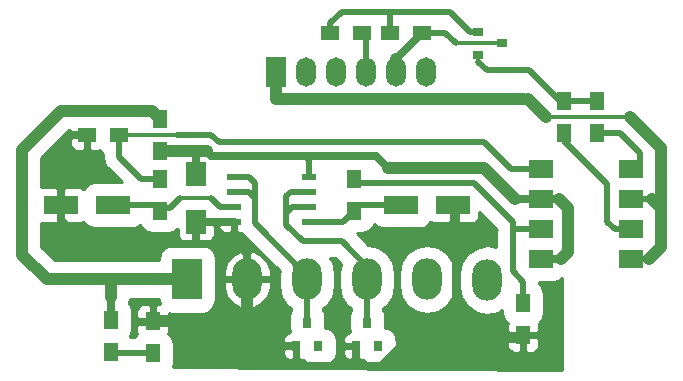
<source format=gbr>
G04 #@! TF.FileFunction,Copper,L1,Top,Signal*
%FSLAX46Y46*%
G04 Gerber Fmt 4.6, Leading zero omitted, Abs format (unit mm)*
G04 Created by KiCad (PCBNEW 4.0.5) date 03/21/17 09:35:26*
%MOMM*%
%LPD*%
G01*
G04 APERTURE LIST*
%ADD10C,0.100000*%
%ADD11R,3.000000X1.600000*%
%ADD12R,1.700000X2.000000*%
%ADD13R,1.700000X2.500000*%
%ADD14O,1.700000X2.500000*%
%ADD15R,1.500000X1.300000*%
%ADD16R,1.300000X1.500000*%
%ADD17R,2.032000X1.524000*%
%ADD18R,1.143000X0.508000*%
%ADD19R,0.900000X0.800000*%
%ADD20O,2.500000X3.500000*%
%ADD21R,2.500000X3.500000*%
%ADD22R,0.800000X0.900000*%
%ADD23C,0.500000*%
%ADD24C,0.350000*%
%ADD25C,1.000000*%
%ADD26C,0.700000*%
%ADD27C,0.250000*%
G04 APERTURE END LIST*
D10*
D11*
X160614000Y-148336000D03*
X165014000Y-148336000D03*
X136185000Y-148336000D03*
X131785000Y-148336000D03*
D12*
X143256000Y-145701000D03*
X143256000Y-149701000D03*
D13*
X150000000Y-137000000D03*
D14*
X152540000Y-137000000D03*
X155080000Y-137000000D03*
X157620000Y-137000000D03*
X160160000Y-137000000D03*
X162700000Y-137000000D03*
D15*
X154606000Y-133731000D03*
X157306000Y-133731000D03*
X162386000Y-133731000D03*
X159686000Y-133731000D03*
D16*
X174371000Y-142193000D03*
X174371000Y-139493000D03*
X177165000Y-142193000D03*
X177165000Y-139493000D03*
X170942000Y-156638000D03*
X170942000Y-159338000D03*
D15*
X136732000Y-142367000D03*
X134032000Y-142367000D03*
D16*
X156591000Y-148797000D03*
X156591000Y-146097000D03*
X140208000Y-148797000D03*
X140208000Y-146097000D03*
X136017000Y-158035000D03*
X136017000Y-160735000D03*
X139573000Y-160862000D03*
X139573000Y-158162000D03*
D17*
X180086000Y-152908000D03*
X180086000Y-150368000D03*
X180086000Y-147828000D03*
X180086000Y-145288000D03*
X172466000Y-145288000D03*
X172466000Y-147828000D03*
X172466000Y-150368000D03*
X172466000Y-152908000D03*
D18*
X152781000Y-145923000D03*
X152781000Y-147193000D03*
X152781000Y-148463000D03*
X152781000Y-149733000D03*
X146431000Y-149733000D03*
X146431000Y-148463000D03*
X146431000Y-147193000D03*
X146431000Y-145923000D03*
D19*
X167148000Y-133670000D03*
X167148000Y-135570000D03*
X169148000Y-134620000D03*
D20*
X167900000Y-154650800D03*
X162820000Y-154600000D03*
X157740000Y-154600000D03*
X152660000Y-154600000D03*
D21*
X142500000Y-154600000D03*
D20*
X147580000Y-154600000D03*
D16*
X140208000Y-143717000D03*
X140208000Y-141017000D03*
D22*
X156784000Y-160258000D03*
X158684000Y-160258000D03*
X157734000Y-158258000D03*
X151704000Y-160258000D03*
X153604000Y-160258000D03*
X152654000Y-158258000D03*
D23*
X160614000Y-148336000D02*
X157052000Y-148336000D01*
D24*
X157052000Y-148336000D02*
X156591000Y-148797000D01*
D23*
X152781000Y-149733000D02*
X155655000Y-149733000D01*
X155655000Y-149733000D02*
X156591000Y-148797000D01*
D24*
X156798000Y-148590000D02*
X156591000Y-148797000D01*
X156163000Y-149225000D02*
X156591000Y-148797000D01*
D25*
X147580000Y-158883000D02*
X147580000Y-161296000D01*
D23*
X147580000Y-161296000D02*
X148209000Y-161925000D01*
D25*
X141351000Y-158162000D02*
X146859000Y-158162000D01*
X146859000Y-158162000D02*
X147580000Y-158883000D01*
D26*
X156784000Y-160258000D02*
X156784000Y-161351000D01*
X156784000Y-161351000D02*
X156210000Y-161925000D01*
D25*
X147580000Y-154600000D02*
X147580000Y-158883000D01*
D26*
X148955000Y-160258000D02*
X151704000Y-160258000D01*
X147580000Y-158883000D02*
X148955000Y-160258000D01*
X147580000Y-154600000D02*
X147580000Y-152406000D01*
X146812000Y-151638000D02*
X145161000Y-151638000D01*
X147580000Y-152406000D02*
X146812000Y-151638000D01*
X143256000Y-149701000D02*
X143256000Y-151638000D01*
X143256000Y-151638000D02*
X143256000Y-151511000D01*
X143256000Y-151511000D02*
X143256000Y-151638000D01*
X147580000Y-154600000D02*
X147580000Y-154057000D01*
X145161000Y-151638000D02*
X143256000Y-151638000D01*
X131785000Y-148336000D02*
X131785000Y-149565000D01*
X143256000Y-151638000D02*
X133858000Y-151638000D01*
X133858000Y-151638000D02*
X131785000Y-149565000D01*
X165227000Y-149860000D02*
X165227000Y-159639000D01*
X165227000Y-159639000D02*
X165227000Y-159512000D01*
X165227000Y-159512000D02*
X165227000Y-159639000D01*
X147580000Y-156458000D02*
X147580000Y-154600000D01*
D25*
X139573000Y-158162000D02*
X141351000Y-158162000D01*
X141351000Y-158162000D02*
X141398000Y-158162000D01*
D26*
X147580000Y-154600000D02*
X147580000Y-154184000D01*
X146431000Y-149733000D02*
X143288000Y-149733000D01*
X143288000Y-149733000D02*
X143256000Y-149701000D01*
X170942000Y-159338000D02*
X170942000Y-159639000D01*
X167386000Y-159639000D02*
X165227000Y-159639000D01*
X170942000Y-159639000D02*
X167386000Y-159639000D01*
X165227000Y-159639000D02*
X160488000Y-159639000D01*
X160488000Y-159639000D02*
X160488000Y-159044000D01*
X160488000Y-159639000D02*
X160488000Y-160314000D01*
X160488000Y-160314000D02*
X158877000Y-161925000D01*
X158877000Y-161925000D02*
X156210000Y-161925000D01*
X156210000Y-161925000D02*
X148209000Y-161925000D01*
X134032000Y-142367000D02*
X132715000Y-142367000D01*
X131785000Y-143297000D02*
X131785000Y-148336000D01*
X132715000Y-142367000D02*
X131785000Y-143297000D01*
X165227000Y-149860000D02*
X165227000Y-148549000D01*
X165227000Y-148549000D02*
X165014000Y-148336000D01*
D23*
X146431000Y-148463000D02*
X145288000Y-148463000D01*
X141017000Y-148543000D02*
X140208000Y-148543000D01*
X141859000Y-147701000D02*
X141017000Y-148543000D01*
D24*
X144526000Y-147701000D02*
X141859000Y-147701000D01*
D23*
X145288000Y-148463000D02*
X144526000Y-147701000D01*
X136185000Y-148336000D02*
X140001000Y-148336000D01*
D24*
X140001000Y-148336000D02*
X140208000Y-148543000D01*
D25*
X142500000Y-154600000D02*
X139573000Y-154600000D01*
X139573000Y-154600000D02*
X137500000Y-154600000D01*
X137500000Y-154600000D02*
X136017000Y-154600000D01*
D26*
X172466000Y-147828000D02*
X173990000Y-147828000D01*
X174117000Y-152908000D02*
X172466000Y-152908000D01*
D25*
X174752000Y-152273000D02*
X174117000Y-152908000D01*
X174752000Y-148590000D02*
X174752000Y-152273000D01*
X173990000Y-147828000D02*
X174752000Y-148590000D01*
D26*
X172466000Y-147828000D02*
X170254428Y-147828000D01*
X158496000Y-144145000D02*
X159512000Y-145161000D01*
D25*
X159512000Y-145161000D02*
X167005000Y-145161000D01*
D26*
X158496000Y-144145000D02*
X152400000Y-144145000D01*
D25*
X167587428Y-145161000D02*
X167005000Y-145161000D01*
X170254428Y-147828000D02*
X167587428Y-145161000D01*
D23*
X152781000Y-145923000D02*
X152781000Y-144526000D01*
X152781000Y-144526000D02*
X152400000Y-144145000D01*
D26*
X152400000Y-144145000D02*
X144526000Y-144145000D01*
D25*
X144145000Y-143764000D02*
X143383000Y-143764000D01*
D26*
X144526000Y-144145000D02*
X144145000Y-143764000D01*
D25*
X138684000Y-140335000D02*
X139526000Y-140335000D01*
X138684000Y-140335000D02*
X131826000Y-140335000D01*
X131826000Y-140335000D02*
X128524000Y-143637000D01*
X128524000Y-143637000D02*
X128524000Y-152527000D01*
X128524000Y-152527000D02*
X130597000Y-154600000D01*
X136017000Y-154600000D02*
X130597000Y-154600000D01*
X139526000Y-140335000D02*
X140208000Y-141017000D01*
X136017000Y-154600000D02*
X136017000Y-156083000D01*
D26*
X136017000Y-156083000D02*
X136017000Y-158035000D01*
X136017000Y-154600000D02*
X136017000Y-154559000D01*
X136017000Y-154559000D02*
X136017000Y-154600000D01*
D25*
X143383000Y-143764000D02*
X140255000Y-143764000D01*
D26*
X140255000Y-143764000D02*
X140208000Y-143717000D01*
X140382000Y-143891000D02*
X140208000Y-143717000D01*
X143256000Y-145701000D02*
X143256000Y-143891000D01*
X143256000Y-143891000D02*
X143383000Y-143764000D01*
D25*
X182626000Y-148590000D02*
X182626000Y-143510000D01*
X149987000Y-139319000D02*
X150000000Y-137808000D01*
X149987000Y-139319000D02*
X170942000Y-139319000D01*
D26*
X170942000Y-139319000D02*
X171196000Y-139319000D01*
D24*
X171323000Y-139319000D02*
X171196000Y-139319000D01*
D25*
X172847000Y-140843000D02*
X171323000Y-139319000D01*
D24*
X179959000Y-140843000D02*
X172847000Y-140843000D01*
D25*
X182626000Y-143510000D02*
X179959000Y-140843000D01*
D23*
X180086000Y-152908000D02*
X181610000Y-152908000D01*
X181864000Y-147828000D02*
X180086000Y-147828000D01*
D25*
X182626000Y-148590000D02*
X181864000Y-147828000D01*
X182626000Y-151892000D02*
X182626000Y-148590000D01*
X181610000Y-152908000D02*
X182626000Y-151892000D01*
D26*
X150000000Y-137000000D02*
X150000000Y-137808000D01*
D23*
X157620000Y-137000000D02*
X157620000Y-134045000D01*
D24*
X157620000Y-134045000D02*
X157306000Y-133731000D01*
X157620000Y-137000000D02*
X157620000Y-136512000D01*
D23*
X162386000Y-133731000D02*
X164338000Y-133731000D01*
D24*
X165227000Y-134620000D02*
X169148000Y-134620000D01*
D23*
X164338000Y-133731000D02*
X165227000Y-134620000D01*
D25*
X160160000Y-137000000D02*
X160160000Y-135957000D01*
D26*
X160160000Y-135957000D02*
X162386000Y-133731000D01*
D23*
X167148000Y-133670000D02*
X166436000Y-133670000D01*
X166436000Y-133670000D02*
X164719000Y-131953000D01*
X159686000Y-133731000D02*
X159686000Y-131953000D01*
D24*
X159639000Y-132080000D02*
X159639000Y-131953000D01*
X159639000Y-132000000D02*
X159639000Y-132080000D01*
X159686000Y-131953000D02*
X159639000Y-132000000D01*
X160160000Y-133765000D02*
X160194000Y-133731000D01*
D23*
X154606000Y-133731000D02*
X154606000Y-132922000D01*
X155575000Y-131953000D02*
X159639000Y-131953000D01*
X159639000Y-131953000D02*
X164719000Y-131953000D01*
X154606000Y-132922000D02*
X155575000Y-131953000D01*
X174371000Y-142193000D02*
X174371000Y-142875000D01*
X174371000Y-142875000D02*
X175133000Y-143637000D01*
X175133000Y-143637000D02*
X178054000Y-146558000D01*
X178054000Y-146558000D02*
X178054000Y-149733000D01*
X178054000Y-149733000D02*
X178689000Y-150368000D01*
X178689000Y-150368000D02*
X180086000Y-150368000D01*
D24*
X174371000Y-139493000D02*
X174037000Y-139493000D01*
D23*
X174037000Y-139493000D02*
X171450000Y-136906000D01*
D24*
X167148000Y-136160000D02*
X167148000Y-135570000D01*
D23*
X167894000Y-136906000D02*
X167148000Y-136160000D01*
X171450000Y-136906000D02*
X167894000Y-136906000D01*
X177165000Y-139493000D02*
X174371000Y-139493000D01*
X178007000Y-142193000D02*
X179150000Y-142193000D01*
X177165000Y-142193000D02*
X178007000Y-142193000D01*
X180848000Y-143891000D02*
X180848000Y-144526000D01*
X179150000Y-142193000D02*
X180848000Y-143891000D01*
D24*
X180848000Y-144526000D02*
X180086000Y-145288000D01*
D23*
X169164000Y-148844000D02*
X170053000Y-149733000D01*
X170053000Y-149733000D02*
X170053000Y-150368000D01*
X170942000Y-156638000D02*
X170942000Y-154813000D01*
X170053000Y-153924000D02*
X170053000Y-150495000D01*
D24*
X170053000Y-150495000D02*
X170053000Y-150368000D01*
D23*
X170942000Y-154813000D02*
X170053000Y-153924000D01*
X172466000Y-150368000D02*
X170053000Y-150368000D01*
X158623000Y-146431000D02*
X166751000Y-146431000D01*
X167894000Y-147574000D02*
X166751000Y-146431000D01*
X158623000Y-146431000D02*
X156925000Y-146431000D01*
X169164000Y-148844000D02*
X167894000Y-147574000D01*
D24*
X156925000Y-146431000D02*
X156591000Y-146097000D01*
D23*
X169926000Y-145288000D02*
X167640000Y-143002000D01*
D24*
X141605000Y-142367000D02*
X136732000Y-142367000D01*
D23*
X167640000Y-143002000D02*
X145161000Y-143002000D01*
X144526000Y-142367000D02*
X145161000Y-143002000D01*
X141605000Y-142367000D02*
X144526000Y-142367000D01*
X172466000Y-145288000D02*
X169926000Y-145288000D01*
X140208000Y-146097000D02*
X138604000Y-146097000D01*
X138604000Y-146097000D02*
X136732000Y-144225000D01*
X136732000Y-144225000D02*
X136732000Y-142367000D01*
X139573000Y-160862000D02*
X136144000Y-160862000D01*
D24*
X136144000Y-160862000D02*
X136017000Y-160735000D01*
D23*
X157740000Y-158252000D02*
X157740000Y-156966000D01*
X157740000Y-156966000D02*
X157740000Y-154600000D01*
D24*
X157740000Y-158252000D02*
X157734000Y-158258000D01*
D23*
X152273000Y-151384000D02*
X150876000Y-149987000D01*
D24*
X157740000Y-154600000D02*
X157740000Y-153549000D01*
D23*
X157740000Y-153549000D02*
X155575000Y-151384000D01*
X155575000Y-151384000D02*
X152273000Y-151384000D01*
X152781000Y-147193000D02*
X151257000Y-147193000D01*
X151257000Y-147193000D02*
X150876000Y-147574000D01*
X152781000Y-148463000D02*
X151384000Y-148463000D01*
X151384000Y-148463000D02*
X150876000Y-148971000D01*
X150876000Y-149987000D02*
X150876000Y-148971000D01*
X150876000Y-148971000D02*
X150876000Y-148209000D01*
X150876000Y-148209000D02*
X150876000Y-147574000D01*
X152654000Y-156845000D02*
X152654000Y-158258000D01*
D24*
X152660000Y-154600000D02*
X152660000Y-154311000D01*
D23*
X152660000Y-154311000D02*
X148209000Y-149860000D01*
D24*
X152654000Y-156972000D02*
X152654000Y-156845000D01*
D23*
X152654000Y-156845000D02*
X152654000Y-154606000D01*
D24*
X152654000Y-154606000D02*
X152660000Y-154600000D01*
D23*
X146431000Y-145923000D02*
X147701000Y-145923000D01*
X147701000Y-145923000D02*
X148209000Y-146431000D01*
X146431000Y-147193000D02*
X147701000Y-147193000D01*
X147701000Y-147193000D02*
X148209000Y-147701000D01*
X148209000Y-146431000D02*
X148209000Y-147193000D01*
X148209000Y-149860000D02*
X148209000Y-147701000D01*
X148209000Y-147701000D02*
X148209000Y-147193000D01*
D27*
G36*
X132557000Y-142010750D02*
X132738250Y-142192000D01*
X133857000Y-142192000D01*
X133857000Y-142172000D01*
X134207000Y-142172000D01*
X134207000Y-142192000D01*
X134227000Y-142192000D01*
X134227000Y-142542000D01*
X134207000Y-142542000D01*
X134207000Y-143560750D01*
X134388250Y-143742000D01*
X134926212Y-143742000D01*
X135072634Y-143681350D01*
X135159793Y-143816798D01*
X135357000Y-143951543D01*
X135357000Y-144225000D01*
X135461666Y-144751190D01*
X135662787Y-145052189D01*
X135759728Y-145197272D01*
X136951416Y-146388960D01*
X134685000Y-146388960D01*
X134268100Y-146467405D01*
X133885202Y-146713793D01*
X133724010Y-146949705D01*
X133695680Y-146921375D01*
X133429212Y-146811000D01*
X132141250Y-146811000D01*
X131960000Y-146992250D01*
X131960000Y-148161000D01*
X131980000Y-148161000D01*
X131980000Y-148511000D01*
X131960000Y-148511000D01*
X131960000Y-149679750D01*
X132141250Y-149861000D01*
X133429212Y-149861000D01*
X133695680Y-149750625D01*
X133724860Y-149721445D01*
X133862793Y-149935798D01*
X134238737Y-150192669D01*
X134685000Y-150283040D01*
X137685000Y-150283040D01*
X138101900Y-150204595D01*
X138484798Y-149958207D01*
X138487570Y-149954150D01*
X138489405Y-149963900D01*
X138735793Y-150346798D01*
X139111737Y-150603669D01*
X139558000Y-150694040D01*
X140858000Y-150694040D01*
X141274900Y-150615595D01*
X141657798Y-150369207D01*
X141681000Y-150335250D01*
X141681000Y-150845212D01*
X141791375Y-151111680D01*
X141995321Y-151315626D01*
X142261789Y-151426000D01*
X142899750Y-151426000D01*
X143081000Y-151244750D01*
X143081000Y-149876000D01*
X143061000Y-149876000D01*
X143061000Y-149526000D01*
X143081000Y-149526000D01*
X143081000Y-149506000D01*
X143431000Y-149506000D01*
X143431000Y-149526000D01*
X143451000Y-149526000D01*
X143451000Y-149876000D01*
X143431000Y-149876000D01*
X143431000Y-151244750D01*
X143612250Y-151426000D01*
X144250211Y-151426000D01*
X144516679Y-151315626D01*
X144720625Y-151111680D01*
X144831000Y-150845212D01*
X144831000Y-150057250D01*
X144649752Y-149876002D01*
X144831000Y-149876002D01*
X144831000Y-149747097D01*
X145134500Y-149807467D01*
X145134500Y-149908002D01*
X145267748Y-149908002D01*
X145134500Y-150041250D01*
X145134500Y-150131212D01*
X145244875Y-150397680D01*
X145448821Y-150601626D01*
X145715289Y-150712000D01*
X146074750Y-150712000D01*
X146256000Y-150530750D01*
X146256000Y-149864040D01*
X146606000Y-149864040D01*
X146606000Y-150530750D01*
X146787250Y-150712000D01*
X147146711Y-150712000D01*
X147154272Y-150708868D01*
X147236728Y-150832272D01*
X150312065Y-153907609D01*
X150285000Y-154043675D01*
X150285000Y-155156325D01*
X150465786Y-156065198D01*
X150980621Y-156835704D01*
X151279000Y-157035074D01*
X151279000Y-157242210D01*
X151197331Y-157361737D01*
X151106960Y-157808000D01*
X151106960Y-158708000D01*
X151177521Y-159083000D01*
X151159789Y-159083000D01*
X150893321Y-159193374D01*
X150689375Y-159397320D01*
X150579000Y-159663788D01*
X150579000Y-159901750D01*
X150760250Y-160083000D01*
X151529000Y-160083000D01*
X151529000Y-160063000D01*
X151879000Y-160063000D01*
X151879000Y-160083000D01*
X151899000Y-160083000D01*
X151899000Y-160433000D01*
X151879000Y-160433000D01*
X151879000Y-161251750D01*
X152060250Y-161433000D01*
X152248211Y-161433000D01*
X152315679Y-161405054D01*
X152381793Y-161507798D01*
X152757737Y-161764669D01*
X153204000Y-161855040D01*
X154004000Y-161855040D01*
X154420900Y-161776595D01*
X154803798Y-161530207D01*
X155060669Y-161154263D01*
X155151040Y-160708000D01*
X155151040Y-160614250D01*
X155659000Y-160614250D01*
X155659000Y-160852212D01*
X155769375Y-161118680D01*
X155973321Y-161322626D01*
X156239789Y-161433000D01*
X156427750Y-161433000D01*
X156609000Y-161251750D01*
X156609000Y-160433000D01*
X155840250Y-160433000D01*
X155659000Y-160614250D01*
X155151040Y-160614250D01*
X155151040Y-159808000D01*
X155072595Y-159391100D01*
X154826207Y-159008202D01*
X154450263Y-158751331D01*
X154201040Y-158700862D01*
X154201040Y-157808000D01*
X154122595Y-157391100D01*
X154029000Y-157245649D01*
X154029000Y-157043092D01*
X154339379Y-156835704D01*
X154854214Y-156065198D01*
X155035000Y-155156325D01*
X155035000Y-154043675D01*
X154854214Y-153134802D01*
X154603111Y-152759000D01*
X155005456Y-152759000D01*
X155518489Y-153272033D01*
X155365000Y-154043675D01*
X155365000Y-155156325D01*
X155545786Y-156065198D01*
X156060621Y-156835704D01*
X156365000Y-157039083D01*
X156365000Y-157233429D01*
X156277331Y-157361737D01*
X156186960Y-157808000D01*
X156186960Y-158708000D01*
X156257521Y-159083000D01*
X156239789Y-159083000D01*
X155973321Y-159193374D01*
X155769375Y-159397320D01*
X155659000Y-159663788D01*
X155659000Y-159901750D01*
X155840250Y-160083000D01*
X156609000Y-160083000D01*
X156609000Y-160063000D01*
X156959000Y-160063000D01*
X156959000Y-160083000D01*
X156979000Y-160083000D01*
X156979000Y-160433000D01*
X156959000Y-160433000D01*
X156959000Y-161251750D01*
X157140250Y-161433000D01*
X157328211Y-161433000D01*
X157395679Y-161405054D01*
X157461793Y-161507798D01*
X157837737Y-161764669D01*
X158284000Y-161855040D01*
X159084000Y-161855040D01*
X159500900Y-161776595D01*
X159883798Y-161530207D01*
X160140669Y-161154263D01*
X160231040Y-160708000D01*
X160231040Y-159808000D01*
X160209637Y-159694250D01*
X169567000Y-159694250D01*
X169567000Y-160232212D01*
X169677375Y-160498680D01*
X169881321Y-160702626D01*
X170147789Y-160813000D01*
X170585750Y-160813000D01*
X170767000Y-160631750D01*
X170767000Y-159513000D01*
X171117000Y-159513000D01*
X171117000Y-160631750D01*
X171298250Y-160813000D01*
X171736211Y-160813000D01*
X172002679Y-160702626D01*
X172206625Y-160498680D01*
X172317000Y-160232212D01*
X172317000Y-159694250D01*
X172135750Y-159513000D01*
X171117000Y-159513000D01*
X170767000Y-159513000D01*
X169748250Y-159513000D01*
X169567000Y-159694250D01*
X160209637Y-159694250D01*
X160152595Y-159391100D01*
X159906207Y-159008202D01*
X159530263Y-158751331D01*
X159281040Y-158700862D01*
X159281040Y-157808000D01*
X159202595Y-157391100D01*
X159115000Y-157254973D01*
X159115000Y-157039083D01*
X159419379Y-156835704D01*
X159934214Y-156065198D01*
X160115000Y-155156325D01*
X160115000Y-154043675D01*
X160445000Y-154043675D01*
X160445000Y-155156325D01*
X160625786Y-156065198D01*
X161140621Y-156835704D01*
X161911127Y-157350539D01*
X162820000Y-157531325D01*
X163728873Y-157350539D01*
X164499379Y-156835704D01*
X165014214Y-156065198D01*
X165195000Y-155156325D01*
X165195000Y-154043675D01*
X165014214Y-153134802D01*
X164499379Y-152364296D01*
X163728873Y-151849461D01*
X162820000Y-151668675D01*
X161911127Y-151849461D01*
X161140621Y-152364296D01*
X160625786Y-153134802D01*
X160445000Y-154043675D01*
X160115000Y-154043675D01*
X159934214Y-153134802D01*
X159419379Y-152364296D01*
X158648873Y-151849461D01*
X157820165Y-151684621D01*
X156829584Y-150694040D01*
X157241000Y-150694040D01*
X157657900Y-150615595D01*
X158040798Y-150369207D01*
X158297669Y-149993263D01*
X158307177Y-149946310D01*
X158667737Y-150192669D01*
X159114000Y-150283040D01*
X162114000Y-150283040D01*
X162530900Y-150204595D01*
X162913798Y-149958207D01*
X163074990Y-149722295D01*
X163103320Y-149750625D01*
X163369788Y-149861000D01*
X164657750Y-149861000D01*
X164839000Y-149679750D01*
X164839000Y-148511000D01*
X164819000Y-148511000D01*
X164819000Y-148161000D01*
X164839000Y-148161000D01*
X164839000Y-148141000D01*
X165189000Y-148141000D01*
X165189000Y-148161000D01*
X165209000Y-148161000D01*
X165209000Y-148511000D01*
X165189000Y-148511000D01*
X165189000Y-149679750D01*
X165370250Y-149861000D01*
X166658212Y-149861000D01*
X166924680Y-149750625D01*
X167128626Y-149546679D01*
X167239000Y-149280211D01*
X167239000Y-148863544D01*
X168678000Y-150302544D01*
X168678000Y-150368000D01*
X168690631Y-150431500D01*
X168678000Y-150495000D01*
X168678000Y-151874229D01*
X167900000Y-151719475D01*
X166991127Y-151900261D01*
X166220621Y-152415096D01*
X165705786Y-153185602D01*
X165525000Y-154094475D01*
X165525000Y-155207125D01*
X165705786Y-156115998D01*
X166220621Y-156886504D01*
X166991127Y-157401339D01*
X167900000Y-157582125D01*
X168808873Y-157401339D01*
X169144960Y-157176773D01*
X169144960Y-157388000D01*
X169223405Y-157804900D01*
X169469793Y-158187798D01*
X169628202Y-158296034D01*
X169567000Y-158443788D01*
X169567000Y-158981750D01*
X169748250Y-159163000D01*
X170767000Y-159163000D01*
X170767000Y-159143000D01*
X171117000Y-159143000D01*
X171117000Y-159163000D01*
X172135750Y-159163000D01*
X172317000Y-158981750D01*
X172317000Y-158443788D01*
X172256350Y-158297366D01*
X172391798Y-158210207D01*
X172648669Y-157834263D01*
X172739040Y-157388000D01*
X172739040Y-155888000D01*
X172660595Y-155471100D01*
X172414207Y-155088202D01*
X172317000Y-155021783D01*
X172317000Y-154817040D01*
X173482000Y-154817040D01*
X173898900Y-154738595D01*
X174246000Y-154515243D01*
X174246000Y-162306982D01*
X141283425Y-162039718D01*
X141370040Y-161612000D01*
X141370040Y-160614250D01*
X150579000Y-160614250D01*
X150579000Y-160852212D01*
X150689375Y-161118680D01*
X150893321Y-161322626D01*
X151159789Y-161433000D01*
X151347750Y-161433000D01*
X151529000Y-161251750D01*
X151529000Y-160433000D01*
X150760250Y-160433000D01*
X150579000Y-160614250D01*
X141370040Y-160614250D01*
X141370040Y-160112000D01*
X141291595Y-159695100D01*
X141045207Y-159312202D01*
X140886798Y-159203966D01*
X140948000Y-159056212D01*
X140948000Y-158518250D01*
X140766750Y-158337000D01*
X139748000Y-158337000D01*
X139748000Y-158357000D01*
X139398000Y-158357000D01*
X139398000Y-158337000D01*
X138379250Y-158337000D01*
X138198000Y-158518250D01*
X138198000Y-159056212D01*
X138258650Y-159202634D01*
X138123202Y-159289793D01*
X137988457Y-159487000D01*
X137683409Y-159487000D01*
X137618187Y-159385642D01*
X137723669Y-159231263D01*
X137814040Y-158785000D01*
X137814040Y-157285000D01*
X137810802Y-157267788D01*
X138198000Y-157267788D01*
X138198000Y-157805750D01*
X138379250Y-157987000D01*
X139398000Y-157987000D01*
X139398000Y-156868250D01*
X139216750Y-156687000D01*
X138778789Y-156687000D01*
X138512321Y-156797374D01*
X138308375Y-157001320D01*
X138198000Y-157267788D01*
X137810802Y-157267788D01*
X137735595Y-156868100D01*
X137544809Y-156571610D01*
X137613754Y-156225000D01*
X140102960Y-156225000D01*
X140102960Y-156350000D01*
X140166371Y-156687000D01*
X139929250Y-156687000D01*
X139748000Y-156868250D01*
X139748000Y-157987000D01*
X140766750Y-157987000D01*
X140948000Y-157805750D01*
X140948000Y-157435883D01*
X141250000Y-157497040D01*
X143750000Y-157497040D01*
X144166900Y-157418595D01*
X144549798Y-157172207D01*
X144806669Y-156796263D01*
X144897040Y-156350000D01*
X144897040Y-154775000D01*
X145605000Y-154775000D01*
X145605000Y-155275000D01*
X145822308Y-156017479D01*
X146307208Y-156620280D01*
X146985879Y-156991632D01*
X147099412Y-157015636D01*
X147405000Y-156885193D01*
X147405000Y-154775000D01*
X147755000Y-154775000D01*
X147755000Y-156885193D01*
X148060588Y-157015636D01*
X148174121Y-156991632D01*
X148852792Y-156620280D01*
X149337692Y-156017479D01*
X149555000Y-155275000D01*
X149555000Y-154775000D01*
X147755000Y-154775000D01*
X147405000Y-154775000D01*
X145605000Y-154775000D01*
X144897040Y-154775000D01*
X144897040Y-153925000D01*
X145605000Y-153925000D01*
X145605000Y-154425000D01*
X147405000Y-154425000D01*
X147405000Y-152314807D01*
X147755000Y-152314807D01*
X147755000Y-154425000D01*
X149555000Y-154425000D01*
X149555000Y-153925000D01*
X149337692Y-153182521D01*
X148852792Y-152579720D01*
X148174121Y-152208368D01*
X148060588Y-152184364D01*
X147755000Y-152314807D01*
X147405000Y-152314807D01*
X147099412Y-152184364D01*
X146985879Y-152208368D01*
X146307208Y-152579720D01*
X145822308Y-153182521D01*
X145605000Y-153925000D01*
X144897040Y-153925000D01*
X144897040Y-152850000D01*
X144818595Y-152433100D01*
X144572207Y-152050202D01*
X144196263Y-151793331D01*
X143750000Y-151702960D01*
X141250000Y-151702960D01*
X140833100Y-151781405D01*
X140450202Y-152027793D01*
X140193331Y-152403737D01*
X140102960Y-152850000D01*
X140102960Y-152975000D01*
X131270097Y-152975000D01*
X130149000Y-151853902D01*
X130149000Y-149861000D01*
X131428750Y-149861000D01*
X131610000Y-149679750D01*
X131610000Y-148511000D01*
X131590000Y-148511000D01*
X131590000Y-148161000D01*
X131610000Y-148161000D01*
X131610000Y-146992250D01*
X131428750Y-146811000D01*
X130149000Y-146811000D01*
X130149000Y-144310098D01*
X131735847Y-142723250D01*
X132557000Y-142723250D01*
X132557000Y-143161211D01*
X132667374Y-143427679D01*
X132871320Y-143631625D01*
X133137788Y-143742000D01*
X133675750Y-143742000D01*
X133857000Y-143560750D01*
X133857000Y-142542000D01*
X132738250Y-142542000D01*
X132557000Y-142723250D01*
X131735847Y-142723250D01*
X132499097Y-141960000D01*
X132557000Y-141960000D01*
X132557000Y-142010750D01*
X132557000Y-142010750D01*
G37*
X132557000Y-142010750D02*
X132738250Y-142192000D01*
X133857000Y-142192000D01*
X133857000Y-142172000D01*
X134207000Y-142172000D01*
X134207000Y-142192000D01*
X134227000Y-142192000D01*
X134227000Y-142542000D01*
X134207000Y-142542000D01*
X134207000Y-143560750D01*
X134388250Y-143742000D01*
X134926212Y-143742000D01*
X135072634Y-143681350D01*
X135159793Y-143816798D01*
X135357000Y-143951543D01*
X135357000Y-144225000D01*
X135461666Y-144751190D01*
X135662787Y-145052189D01*
X135759728Y-145197272D01*
X136951416Y-146388960D01*
X134685000Y-146388960D01*
X134268100Y-146467405D01*
X133885202Y-146713793D01*
X133724010Y-146949705D01*
X133695680Y-146921375D01*
X133429212Y-146811000D01*
X132141250Y-146811000D01*
X131960000Y-146992250D01*
X131960000Y-148161000D01*
X131980000Y-148161000D01*
X131980000Y-148511000D01*
X131960000Y-148511000D01*
X131960000Y-149679750D01*
X132141250Y-149861000D01*
X133429212Y-149861000D01*
X133695680Y-149750625D01*
X133724860Y-149721445D01*
X133862793Y-149935798D01*
X134238737Y-150192669D01*
X134685000Y-150283040D01*
X137685000Y-150283040D01*
X138101900Y-150204595D01*
X138484798Y-149958207D01*
X138487570Y-149954150D01*
X138489405Y-149963900D01*
X138735793Y-150346798D01*
X139111737Y-150603669D01*
X139558000Y-150694040D01*
X140858000Y-150694040D01*
X141274900Y-150615595D01*
X141657798Y-150369207D01*
X141681000Y-150335250D01*
X141681000Y-150845212D01*
X141791375Y-151111680D01*
X141995321Y-151315626D01*
X142261789Y-151426000D01*
X142899750Y-151426000D01*
X143081000Y-151244750D01*
X143081000Y-149876000D01*
X143061000Y-149876000D01*
X143061000Y-149526000D01*
X143081000Y-149526000D01*
X143081000Y-149506000D01*
X143431000Y-149506000D01*
X143431000Y-149526000D01*
X143451000Y-149526000D01*
X143451000Y-149876000D01*
X143431000Y-149876000D01*
X143431000Y-151244750D01*
X143612250Y-151426000D01*
X144250211Y-151426000D01*
X144516679Y-151315626D01*
X144720625Y-151111680D01*
X144831000Y-150845212D01*
X144831000Y-150057250D01*
X144649752Y-149876002D01*
X144831000Y-149876002D01*
X144831000Y-149747097D01*
X145134500Y-149807467D01*
X145134500Y-149908002D01*
X145267748Y-149908002D01*
X145134500Y-150041250D01*
X145134500Y-150131212D01*
X145244875Y-150397680D01*
X145448821Y-150601626D01*
X145715289Y-150712000D01*
X146074750Y-150712000D01*
X146256000Y-150530750D01*
X146256000Y-149864040D01*
X146606000Y-149864040D01*
X146606000Y-150530750D01*
X146787250Y-150712000D01*
X147146711Y-150712000D01*
X147154272Y-150708868D01*
X147236728Y-150832272D01*
X150312065Y-153907609D01*
X150285000Y-154043675D01*
X150285000Y-155156325D01*
X150465786Y-156065198D01*
X150980621Y-156835704D01*
X151279000Y-157035074D01*
X151279000Y-157242210D01*
X151197331Y-157361737D01*
X151106960Y-157808000D01*
X151106960Y-158708000D01*
X151177521Y-159083000D01*
X151159789Y-159083000D01*
X150893321Y-159193374D01*
X150689375Y-159397320D01*
X150579000Y-159663788D01*
X150579000Y-159901750D01*
X150760250Y-160083000D01*
X151529000Y-160083000D01*
X151529000Y-160063000D01*
X151879000Y-160063000D01*
X151879000Y-160083000D01*
X151899000Y-160083000D01*
X151899000Y-160433000D01*
X151879000Y-160433000D01*
X151879000Y-161251750D01*
X152060250Y-161433000D01*
X152248211Y-161433000D01*
X152315679Y-161405054D01*
X152381793Y-161507798D01*
X152757737Y-161764669D01*
X153204000Y-161855040D01*
X154004000Y-161855040D01*
X154420900Y-161776595D01*
X154803798Y-161530207D01*
X155060669Y-161154263D01*
X155151040Y-160708000D01*
X155151040Y-160614250D01*
X155659000Y-160614250D01*
X155659000Y-160852212D01*
X155769375Y-161118680D01*
X155973321Y-161322626D01*
X156239789Y-161433000D01*
X156427750Y-161433000D01*
X156609000Y-161251750D01*
X156609000Y-160433000D01*
X155840250Y-160433000D01*
X155659000Y-160614250D01*
X155151040Y-160614250D01*
X155151040Y-159808000D01*
X155072595Y-159391100D01*
X154826207Y-159008202D01*
X154450263Y-158751331D01*
X154201040Y-158700862D01*
X154201040Y-157808000D01*
X154122595Y-157391100D01*
X154029000Y-157245649D01*
X154029000Y-157043092D01*
X154339379Y-156835704D01*
X154854214Y-156065198D01*
X155035000Y-155156325D01*
X155035000Y-154043675D01*
X154854214Y-153134802D01*
X154603111Y-152759000D01*
X155005456Y-152759000D01*
X155518489Y-153272033D01*
X155365000Y-154043675D01*
X155365000Y-155156325D01*
X155545786Y-156065198D01*
X156060621Y-156835704D01*
X156365000Y-157039083D01*
X156365000Y-157233429D01*
X156277331Y-157361737D01*
X156186960Y-157808000D01*
X156186960Y-158708000D01*
X156257521Y-159083000D01*
X156239789Y-159083000D01*
X155973321Y-159193374D01*
X155769375Y-159397320D01*
X155659000Y-159663788D01*
X155659000Y-159901750D01*
X155840250Y-160083000D01*
X156609000Y-160083000D01*
X156609000Y-160063000D01*
X156959000Y-160063000D01*
X156959000Y-160083000D01*
X156979000Y-160083000D01*
X156979000Y-160433000D01*
X156959000Y-160433000D01*
X156959000Y-161251750D01*
X157140250Y-161433000D01*
X157328211Y-161433000D01*
X157395679Y-161405054D01*
X157461793Y-161507798D01*
X157837737Y-161764669D01*
X158284000Y-161855040D01*
X159084000Y-161855040D01*
X159500900Y-161776595D01*
X159883798Y-161530207D01*
X160140669Y-161154263D01*
X160231040Y-160708000D01*
X160231040Y-159808000D01*
X160209637Y-159694250D01*
X169567000Y-159694250D01*
X169567000Y-160232212D01*
X169677375Y-160498680D01*
X169881321Y-160702626D01*
X170147789Y-160813000D01*
X170585750Y-160813000D01*
X170767000Y-160631750D01*
X170767000Y-159513000D01*
X171117000Y-159513000D01*
X171117000Y-160631750D01*
X171298250Y-160813000D01*
X171736211Y-160813000D01*
X172002679Y-160702626D01*
X172206625Y-160498680D01*
X172317000Y-160232212D01*
X172317000Y-159694250D01*
X172135750Y-159513000D01*
X171117000Y-159513000D01*
X170767000Y-159513000D01*
X169748250Y-159513000D01*
X169567000Y-159694250D01*
X160209637Y-159694250D01*
X160152595Y-159391100D01*
X159906207Y-159008202D01*
X159530263Y-158751331D01*
X159281040Y-158700862D01*
X159281040Y-157808000D01*
X159202595Y-157391100D01*
X159115000Y-157254973D01*
X159115000Y-157039083D01*
X159419379Y-156835704D01*
X159934214Y-156065198D01*
X160115000Y-155156325D01*
X160115000Y-154043675D01*
X160445000Y-154043675D01*
X160445000Y-155156325D01*
X160625786Y-156065198D01*
X161140621Y-156835704D01*
X161911127Y-157350539D01*
X162820000Y-157531325D01*
X163728873Y-157350539D01*
X164499379Y-156835704D01*
X165014214Y-156065198D01*
X165195000Y-155156325D01*
X165195000Y-154043675D01*
X165014214Y-153134802D01*
X164499379Y-152364296D01*
X163728873Y-151849461D01*
X162820000Y-151668675D01*
X161911127Y-151849461D01*
X161140621Y-152364296D01*
X160625786Y-153134802D01*
X160445000Y-154043675D01*
X160115000Y-154043675D01*
X159934214Y-153134802D01*
X159419379Y-152364296D01*
X158648873Y-151849461D01*
X157820165Y-151684621D01*
X156829584Y-150694040D01*
X157241000Y-150694040D01*
X157657900Y-150615595D01*
X158040798Y-150369207D01*
X158297669Y-149993263D01*
X158307177Y-149946310D01*
X158667737Y-150192669D01*
X159114000Y-150283040D01*
X162114000Y-150283040D01*
X162530900Y-150204595D01*
X162913798Y-149958207D01*
X163074990Y-149722295D01*
X163103320Y-149750625D01*
X163369788Y-149861000D01*
X164657750Y-149861000D01*
X164839000Y-149679750D01*
X164839000Y-148511000D01*
X164819000Y-148511000D01*
X164819000Y-148161000D01*
X164839000Y-148161000D01*
X164839000Y-148141000D01*
X165189000Y-148141000D01*
X165189000Y-148161000D01*
X165209000Y-148161000D01*
X165209000Y-148511000D01*
X165189000Y-148511000D01*
X165189000Y-149679750D01*
X165370250Y-149861000D01*
X166658212Y-149861000D01*
X166924680Y-149750625D01*
X167128626Y-149546679D01*
X167239000Y-149280211D01*
X167239000Y-148863544D01*
X168678000Y-150302544D01*
X168678000Y-150368000D01*
X168690631Y-150431500D01*
X168678000Y-150495000D01*
X168678000Y-151874229D01*
X167900000Y-151719475D01*
X166991127Y-151900261D01*
X166220621Y-152415096D01*
X165705786Y-153185602D01*
X165525000Y-154094475D01*
X165525000Y-155207125D01*
X165705786Y-156115998D01*
X166220621Y-156886504D01*
X166991127Y-157401339D01*
X167900000Y-157582125D01*
X168808873Y-157401339D01*
X169144960Y-157176773D01*
X169144960Y-157388000D01*
X169223405Y-157804900D01*
X169469793Y-158187798D01*
X169628202Y-158296034D01*
X169567000Y-158443788D01*
X169567000Y-158981750D01*
X169748250Y-159163000D01*
X170767000Y-159163000D01*
X170767000Y-159143000D01*
X171117000Y-159143000D01*
X171117000Y-159163000D01*
X172135750Y-159163000D01*
X172317000Y-158981750D01*
X172317000Y-158443788D01*
X172256350Y-158297366D01*
X172391798Y-158210207D01*
X172648669Y-157834263D01*
X172739040Y-157388000D01*
X172739040Y-155888000D01*
X172660595Y-155471100D01*
X172414207Y-155088202D01*
X172317000Y-155021783D01*
X172317000Y-154817040D01*
X173482000Y-154817040D01*
X173898900Y-154738595D01*
X174246000Y-154515243D01*
X174246000Y-162306982D01*
X141283425Y-162039718D01*
X141370040Y-161612000D01*
X141370040Y-160614250D01*
X150579000Y-160614250D01*
X150579000Y-160852212D01*
X150689375Y-161118680D01*
X150893321Y-161322626D01*
X151159789Y-161433000D01*
X151347750Y-161433000D01*
X151529000Y-161251750D01*
X151529000Y-160433000D01*
X150760250Y-160433000D01*
X150579000Y-160614250D01*
X141370040Y-160614250D01*
X141370040Y-160112000D01*
X141291595Y-159695100D01*
X141045207Y-159312202D01*
X140886798Y-159203966D01*
X140948000Y-159056212D01*
X140948000Y-158518250D01*
X140766750Y-158337000D01*
X139748000Y-158337000D01*
X139748000Y-158357000D01*
X139398000Y-158357000D01*
X139398000Y-158337000D01*
X138379250Y-158337000D01*
X138198000Y-158518250D01*
X138198000Y-159056212D01*
X138258650Y-159202634D01*
X138123202Y-159289793D01*
X137988457Y-159487000D01*
X137683409Y-159487000D01*
X137618187Y-159385642D01*
X137723669Y-159231263D01*
X137814040Y-158785000D01*
X137814040Y-157285000D01*
X137810802Y-157267788D01*
X138198000Y-157267788D01*
X138198000Y-157805750D01*
X138379250Y-157987000D01*
X139398000Y-157987000D01*
X139398000Y-156868250D01*
X139216750Y-156687000D01*
X138778789Y-156687000D01*
X138512321Y-156797374D01*
X138308375Y-157001320D01*
X138198000Y-157267788D01*
X137810802Y-157267788D01*
X137735595Y-156868100D01*
X137544809Y-156571610D01*
X137613754Y-156225000D01*
X140102960Y-156225000D01*
X140102960Y-156350000D01*
X140166371Y-156687000D01*
X139929250Y-156687000D01*
X139748000Y-156868250D01*
X139748000Y-157987000D01*
X140766750Y-157987000D01*
X140948000Y-157805750D01*
X140948000Y-157435883D01*
X141250000Y-157497040D01*
X143750000Y-157497040D01*
X144166900Y-157418595D01*
X144549798Y-157172207D01*
X144806669Y-156796263D01*
X144897040Y-156350000D01*
X144897040Y-154775000D01*
X145605000Y-154775000D01*
X145605000Y-155275000D01*
X145822308Y-156017479D01*
X146307208Y-156620280D01*
X146985879Y-156991632D01*
X147099412Y-157015636D01*
X147405000Y-156885193D01*
X147405000Y-154775000D01*
X147755000Y-154775000D01*
X147755000Y-156885193D01*
X148060588Y-157015636D01*
X148174121Y-156991632D01*
X148852792Y-156620280D01*
X149337692Y-156017479D01*
X149555000Y-155275000D01*
X149555000Y-154775000D01*
X147755000Y-154775000D01*
X147405000Y-154775000D01*
X145605000Y-154775000D01*
X144897040Y-154775000D01*
X144897040Y-153925000D01*
X145605000Y-153925000D01*
X145605000Y-154425000D01*
X147405000Y-154425000D01*
X147405000Y-152314807D01*
X147755000Y-152314807D01*
X147755000Y-154425000D01*
X149555000Y-154425000D01*
X149555000Y-153925000D01*
X149337692Y-153182521D01*
X148852792Y-152579720D01*
X148174121Y-152208368D01*
X148060588Y-152184364D01*
X147755000Y-152314807D01*
X147405000Y-152314807D01*
X147099412Y-152184364D01*
X146985879Y-152208368D01*
X146307208Y-152579720D01*
X145822308Y-153182521D01*
X145605000Y-153925000D01*
X144897040Y-153925000D01*
X144897040Y-152850000D01*
X144818595Y-152433100D01*
X144572207Y-152050202D01*
X144196263Y-151793331D01*
X143750000Y-151702960D01*
X141250000Y-151702960D01*
X140833100Y-151781405D01*
X140450202Y-152027793D01*
X140193331Y-152403737D01*
X140102960Y-152850000D01*
X140102960Y-152975000D01*
X131270097Y-152975000D01*
X130149000Y-151853902D01*
X130149000Y-149861000D01*
X131428750Y-149861000D01*
X131610000Y-149679750D01*
X131610000Y-148511000D01*
X131590000Y-148511000D01*
X131590000Y-148161000D01*
X131610000Y-148161000D01*
X131610000Y-146992250D01*
X131428750Y-146811000D01*
X130149000Y-146811000D01*
X130149000Y-144310098D01*
X131735847Y-142723250D01*
X132557000Y-142723250D01*
X132557000Y-143161211D01*
X132667374Y-143427679D01*
X132871320Y-143631625D01*
X133137788Y-143742000D01*
X133675750Y-143742000D01*
X133857000Y-143560750D01*
X133857000Y-142542000D01*
X132738250Y-142542000D01*
X132557000Y-142723250D01*
X131735847Y-142723250D01*
X132499097Y-141960000D01*
X132557000Y-141960000D01*
X132557000Y-142010750D01*
M02*

</source>
